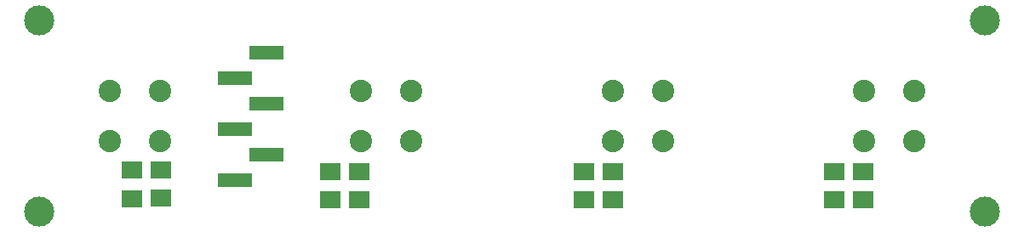
<source format=gbr>
G04 DipTrace 3.3.1.3*
G04 TopMask.gbr*
%MOIN*%
G04 #@! TF.FileFunction,Soldermask,Top*
G04 #@! TF.Part,Single*
%ADD37C,0.11811*%
%ADD41C,0.087874*%
%ADD43R,0.133071X0.057874*%
%ADD45R,0.07874X0.070866*%
%FSLAX26Y26*%
G04*
G70*
G90*
G75*
G01*
G04 TopMask*
%LPD*%
D45*
X3737450Y668627D3*
Y558391D3*
X2756201Y668627D3*
Y558391D3*
X1762451Y668627D3*
Y558391D3*
X987450Y674950D3*
Y564714D3*
D37*
X511811Y511811D3*
Y1259843D3*
X4212598D3*
Y511811D3*
D45*
X3624951Y558391D3*
Y668627D3*
X2643701Y558391D3*
Y668627D3*
X1651329Y558391D3*
Y668627D3*
X874951Y562525D3*
Y672761D3*
D43*
X1276041Y635827D3*
X1401238Y735827D3*
X1276041Y835827D3*
X1401238Y935827D3*
X1276041Y1035827D3*
X1401238Y1135827D3*
D41*
X3937008Y984215D3*
Y787364D3*
X3740157D3*
Y984215D3*
X2952756D3*
Y787364D3*
X2755906D3*
Y984215D3*
X1968504D3*
Y787364D3*
X1771654D3*
Y984215D3*
X984252D3*
Y787364D3*
X787402D3*
Y984215D3*
M02*

</source>
